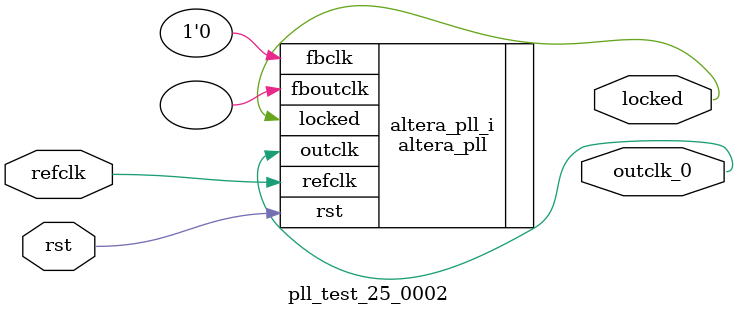
<source format=v>
`timescale 1ns/10ps
module  pll_test_25_0002(

	// interface 'refclk'
	input wire refclk,

	// interface 'reset'
	input wire rst,

	// interface 'outclk0'
	output wire outclk_0,

	// interface 'locked'
	output wire locked
);

	altera_pll #(
		.fractional_vco_multiplier("false"),
		.reference_clock_frequency("50.0 MHz"),
		.operation_mode("direct"),
		.number_of_clocks(1),
		.output_clock_frequency0("25.000000 MHz"),
		.phase_shift0("0 ps"),
		.duty_cycle0(50),
		.output_clock_frequency1("0 MHz"),
		.phase_shift1("0 ps"),
		.duty_cycle1(50),
		.output_clock_frequency2("0 MHz"),
		.phase_shift2("0 ps"),
		.duty_cycle2(50),
		.output_clock_frequency3("0 MHz"),
		.phase_shift3("0 ps"),
		.duty_cycle3(50),
		.output_clock_frequency4("0 MHz"),
		.phase_shift4("0 ps"),
		.duty_cycle4(50),
		.output_clock_frequency5("0 MHz"),
		.phase_shift5("0 ps"),
		.duty_cycle5(50),
		.output_clock_frequency6("0 MHz"),
		.phase_shift6("0 ps"),
		.duty_cycle6(50),
		.output_clock_frequency7("0 MHz"),
		.phase_shift7("0 ps"),
		.duty_cycle7(50),
		.output_clock_frequency8("0 MHz"),
		.phase_shift8("0 ps"),
		.duty_cycle8(50),
		.output_clock_frequency9("0 MHz"),
		.phase_shift9("0 ps"),
		.duty_cycle9(50),
		.output_clock_frequency10("0 MHz"),
		.phase_shift10("0 ps"),
		.duty_cycle10(50),
		.output_clock_frequency11("0 MHz"),
		.phase_shift11("0 ps"),
		.duty_cycle11(50),
		.output_clock_frequency12("0 MHz"),
		.phase_shift12("0 ps"),
		.duty_cycle12(50),
		.output_clock_frequency13("0 MHz"),
		.phase_shift13("0 ps"),
		.duty_cycle13(50),
		.output_clock_frequency14("0 MHz"),
		.phase_shift14("0 ps"),
		.duty_cycle14(50),
		.output_clock_frequency15("0 MHz"),
		.phase_shift15("0 ps"),
		.duty_cycle15(50),
		.output_clock_frequency16("0 MHz"),
		.phase_shift16("0 ps"),
		.duty_cycle16(50),
		.output_clock_frequency17("0 MHz"),
		.phase_shift17("0 ps"),
		.duty_cycle17(50),
		.pll_type("General"),
		.pll_subtype("General")
	) altera_pll_i (
		.rst	(rst),
		.outclk	({outclk_0}),
		.locked	(locked),
		.fboutclk	( ),
		.fbclk	(1'b0),
		.refclk	(refclk)
	);
endmodule


</source>
